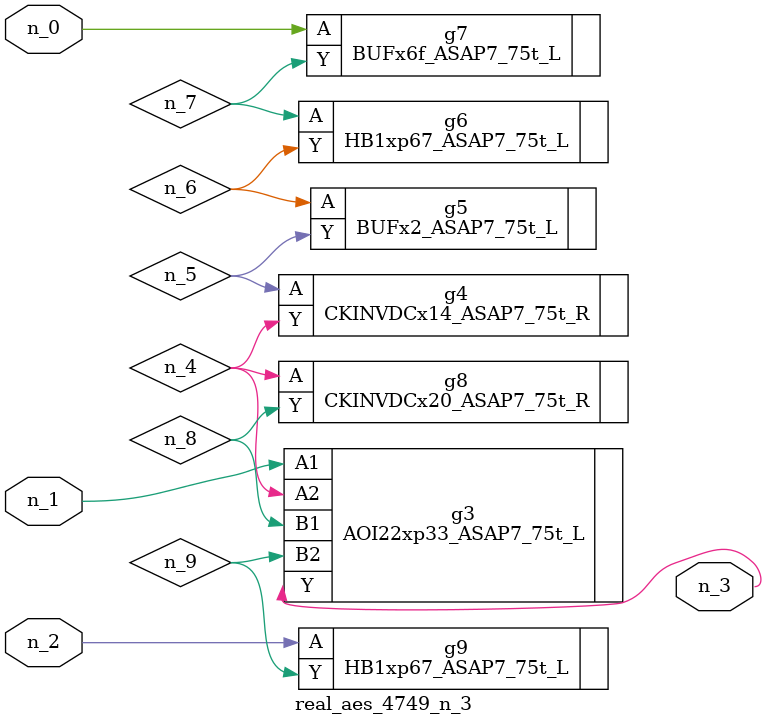
<source format=v>
module real_aes_4749_n_3 (n_0, n_2, n_1, n_3);
input n_0;
input n_2;
input n_1;
output n_3;
wire n_4;
wire n_5;
wire n_7;
wire n_8;
wire n_9;
wire n_6;
BUFx6f_ASAP7_75t_L g7 ( .A(n_0), .Y(n_7) );
AOI22xp33_ASAP7_75t_L g3 ( .A1(n_1), .A2(n_4), .B1(n_8), .B2(n_9), .Y(n_3) );
HB1xp67_ASAP7_75t_L g9 ( .A(n_2), .Y(n_9) );
CKINVDCx20_ASAP7_75t_R g8 ( .A(n_4), .Y(n_8) );
CKINVDCx14_ASAP7_75t_R g4 ( .A(n_5), .Y(n_4) );
BUFx2_ASAP7_75t_L g5 ( .A(n_6), .Y(n_5) );
HB1xp67_ASAP7_75t_L g6 ( .A(n_7), .Y(n_6) );
endmodule
</source>
